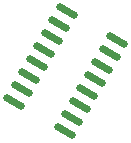
<source format=gbr>
%TF.GenerationSoftware,KiCad,Pcbnew,7.0.11-7.0.11~ubuntu22.04.1*%
%TF.CreationDate,2024-08-26T12:19:36+02:00*%
%TF.ProjectId,MotorDriver-Elec,4d6f746f-7244-4726-9976-65722d456c65,rev?*%
%TF.SameCoordinates,Original*%
%TF.FileFunction,Paste,Top*%
%TF.FilePolarity,Positive*%
%FSLAX46Y46*%
G04 Gerber Fmt 4.6, Leading zero omitted, Abs format (unit mm)*
G04 Created by KiCad (PCBNEW 7.0.11-7.0.11~ubuntu22.04.1) date 2024-08-26 12:19:36*
%MOMM*%
%LPD*%
G01*
G04 APERTURE LIST*
G04 Aperture macros list*
%AMRoundRect*
0 Rectangle with rounded corners*
0 $1 Rounding radius*
0 $2 $3 $4 $5 $6 $7 $8 $9 X,Y pos of 4 corners*
0 Add a 4 corners polygon primitive as box body*
4,1,4,$2,$3,$4,$5,$6,$7,$8,$9,$2,$3,0*
0 Add four circle primitives for the rounded corners*
1,1,$1+$1,$2,$3*
1,1,$1+$1,$4,$5*
1,1,$1+$1,$6,$7*
1,1,$1+$1,$8,$9*
0 Add four rect primitives between the rounded corners*
20,1,$1+$1,$2,$3,$4,$5,0*
20,1,$1+$1,$4,$5,$6,$7,0*
20,1,$1+$1,$6,$7,$8,$9,0*
20,1,$1+$1,$8,$9,$2,$3,0*%
G04 Aperture macros list end*
%ADD10RoundRect,0.150000X-0.789471X0.282596X0.639471X-0.542404X0.789471X-0.282596X-0.639471X0.542404X0*%
G04 APERTURE END LIST*
D10*
%TO.C,UN2003LV1*%
X69570000Y-137520886D03*
X68935000Y-138620738D03*
X68300000Y-139720591D03*
X67665000Y-140820443D03*
X67030000Y-141920295D03*
X66395000Y-143020147D03*
X65760000Y-144120000D03*
X65125000Y-145219852D03*
X69411826Y-147694852D03*
X70046826Y-146595000D03*
X70681826Y-145495147D03*
X71316826Y-144395295D03*
X71951826Y-143295443D03*
X72586826Y-142195591D03*
X73221826Y-141095738D03*
X73856826Y-139995886D03*
%TD*%
M02*

</source>
